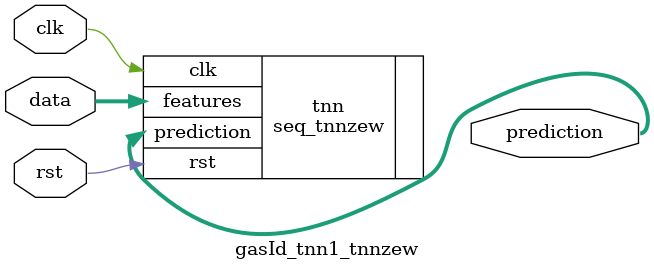
<source format=v>













module gasId_tnn1_tnnzew #(

parameter FEAT_CNT = 128,
parameter HIDDEN_CNT = 40,
parameter FEAT_BITS = 4,
parameter CLASS_CNT = 6,
parameter TEST_CNT = 1000




  ) (
  input clk,
  input rst,
  input [FEAT_CNT*FEAT_BITS-1:0] data,
  output [$clog2(CLASS_CNT)-1:0] prediction
  );

  seq_tnnzew #(
      .FEAT_CNT(FEAT_CNT),.FEAT_BITS(FEAT_BITS),.HIDDEN_CNT(HIDDEN_CNT),.CLASS_CNT(CLASS_CNT),
  .SPARSE_VALS(5120'b00000000000000010000000000000000000001010000011100000000000000100000000000000001000000000000000000000100000000000001110100000001000000000000000000010000000100000000000000000000000100000001100100000001001000000000000000000000000100000000100000011001000000000000000000000001000000000000000000000110000101100000000000000000000000000000010000010000000000001000011000000110000100000000000000000000000000000000111000001110000100000000000010000000000000100001100000000000000111010000010000001110001001000000000000000000000100000001110100000000000000000000000000001000000100110001111100110000000010100000000000000010000100000001000000011111000010110001101000011010000110000001100010011000000010100001111100011111001110000001100000001000000010000001100000011000100000000001100110100010000000000000110000000001100111100000001000000000100111000000000001100110101000010011010000110001010000000001000010001000000000000000000000010111000101110000000000000000000000000000000000000000000000000001000100000011000011000000100100010001000100000000000000000001000000000000000100000100000000000000000000000010000000010000000000000001000000000000010100000000000111010001000000000000000000000000000000000000010000000001000000000000000000000000000000010010000000000001000000001000000000000000000000000000000001000000010100000100000001000100000000000000000000110000000000000000000000000000000000001100101001000001000101000000000000000000101000010000000100100001010000011000001000000000000000000000001010000001000000001000000001000000101000001010000000000000000000011010000110000001110000011110000110000000000000001110000000100001100000011000000011000000110000011000000110000000000000000000000000000000000000000111000001110001000000000000010000000000001000000000000000000000010100000100000001000000000000001100000110000001111000011010001110000001100000000010000011100001111100000100000010000000110000001000000010000001001000000010000000000000000000000001000000010000000000000000000000000000000000010001000111110000000000000000000100000000000000000000000000000001111100011011000111100001111100011000001110000001100000011111000111110001111100011000000011000010000000001000000110101000000000101111000111110000000100000001001000010010000000000000000101110000000100010000000000000000010000000000000000010000010100001010000111010000001100001000000110101001000000010000000000100000100000001000000000000000110000001000000010000000100000000110000000100000000000000000000000100001000000000000000000100001010000000000000000000010001100010000010000000000010000000100000000000000000000001101000110000001100001010000000111000001110100000000000000000001111100011101000110000001000000001100000011000001000000010000000000000001111100000000100000000000001101000100000001000100000000000000000000000000000000000001001100010001000000001011110010110001111110010000000110100001111000010000000100000000101100011111000100010001010000000000000010100001000000000000000110100000101000010000000100110000100000000000000100100001001000010000000000100000000001000000000110000000100000011100000000000000111000001110000000000000000001000000010000000010100010000000000001011000100000100000100000010010000000000111001000000000001000000000000010000010000000010000000000010000000100000001001000010100000100010001000000000001000100000000000000010000000000000000000000000000000100011111000000000000101000011010000100000011000000001010000111110000000000000000000000000000100000010000000000000000111000001111000100010000000000000000000010110001000000110000000000000001001100010001000111010000000000000000000000000000000000000000000010000001111100010111000000000000000000000000000000000001000000000100010000000100001000000000000000000000010000000100000001000000010000001000001000000001100000000000000111000001110000000000000000000001111100011111000000100001101000001111000111110001000000000000000000001000101000010100000101000000100000001100000000000000010000011111000111110000001000000000000000100000110000010000000100000000111100011101000010100001101001000000000000000000001000011111000000000000000000000000000000000010000000000000000011100000111000010001000000000110000000000000000100011011001000001100001000000000000000000000010001000011000000000000000100000000100000001100100110010001010000100001110100011000000110001001001101000010101001010010101000001000010000000001011100101011010010100001101000001000000001000100000110001001000000011000000011100001000000001000000011100000001000001000000010000000110000001100000000000000000001000000000000000000000000010101000000000000000000000010000001110000000000000000000000000000000000000000000000000000011000001011000100010000000000011000000010110001000000010000000000100001101100010001000100001000000000001000000010000000100100010110000111100001000000000010100000000000000011000001100000010000010000001111001111110100000010000101000001100000100100111001011101110010011101010010000000000001101000011110000100000001100000001000000010100000111000000000000010000001100000001000000010000000101000001100000000000000000001010000000100000000110100011100100000000000000000011111000111110000000000000000000001000000110000100000010100000000111100011111),
  .MASK(5120'b00011000000110010001111000011110000011010000011100011001000010100000100000010001000010000000110000011100000110000001110100000011000010000000000000010000000100000000000000000000000100000001100100000001001000000000110000000100000101100000100001011001000000000000000000000001000011010000110100000110010101100001101100011101000000000000010000010100000010101001011000010110000100100001100100010000000010010011111000011110010100000000011110010001000111110001100000000000000111010000010000001110101011000001110100000011000100000001110100000011000001110000000000001000000100110001111100110000000010100001110000010110000101110001011100011111000010110001101100011011000110010001100110011111000011100011111100011111001110000001100101001001000110010001110100011111100101010001100110110011000001110001110000000001100111100100001011000001100111100010000001100110101000110011010000110001010100000001100010101100000111110001111100111111000111110000100000001110000111110001111100011000000111000001100100001111000111000001100100010001000100010001101000011011000110000001110100001100000010000001110100000010000010010000100000001001000010000001111100001000000111010001000011100010000000000001111110011100011100010101101011000010001100110111010001111011101011100101000100001000011111011100000000100001000001000101010101111100001101100111010100001010100000110011110011101110010100000001000010111101101011001001100101011111100101100000101000010001000100100001010000011000001000000000000100011101001010000001000000001000000001000000101000001010000111010000010100011011000110010101110000011111000111010000011100001110000000100001100000011001000011000000110000011100000110010001111100000000000111110001101100110111000101110001101000011111010101110001111100000000000010000000110100001100000101100000101100001101000110110011111000011010001111110001111100000010000011100001111100000110000010000000110000001100000110000001001000000010000111110001000000001011000000010000111000001000000010000000100000010111000111110000100000001000000111000000110000000110000000000001111100011011000111100001111100011111001111110001100100011111000111110001111100011001000011000010110100001001000111101000011000111111010111110000101100011001001111110010101000011000000101110000111110010010000110000001010000001100000011010001010101011010000111011000111100001001000110101001000000010001000000100000100000001000000110110000110100001001000010000000101000000110000100100001111100010001000010100001000000010001000100100001010000001001000100010010001100010000010000100000110000001101000111110001111101001101000110000001100101010001000111000001110100000111000101110001111100011101000110000001000000001100010011000001011100010111000100000001111110011111100011100100101101001100100101101100100000011011001011000000101000001001101110010011100001011011110010110001111110110000000110100001111000011100000111000000101101011111000111110001011010000000001010100001010100000100000110101000101000011100000110110000100000000001000100100001001000010000000000110001000101011101000110000100100000011100000000010001111000001110000011110000000111000100010000000010100110000000000001111011110000101001100000010011001000101111011000000000011100010000000010110010000000010110000110110001001100011111001111110101100110011001100011100001000100011010000110010000110000001100000110100000000100011111000000000000101000011010000111000011110000011010000111110100001100101111000000000000101000010101000001010001111000011111000111010000000000001000000010110101111000111110000000000001001100011011000111010000100000000000000011000000010100000100000011000011111100010111000110000000100100010000000100000001000000000100010110010101111100000000000000000000110000001110000101000001110000011011001101110001100100000010001111000001110000000111000111110001111100011111000000100001101100001111000111110001011000001111000111011000101000011100000101000001101100011110000010000000011000011111000111110000001000000000000110100000110000011111000111110000111100011101000010100001101001001111000011110000001000011111000111110001111100000000001000000010110100001101000111100001111000011111000110100110110000010100001111011011011100011101001001010000011000100110010001000011100000001100000111010000101000001100100110110001010000110101110101011000010110001011001101000010101001110010101000001100110011010011011110101011011011110001101100011010000001000110000110001001000100011000000011100001000100011100000011110011011100001001000010010000110000001100000000000000100001011111000000010000000000010101000011110000111000000010000001110000111000001011000100000000000000011100000011000001011000001011000100010000000000011000000010110001000000010010000100100001101100010001001100101000000000001000000011000000110100010110001111100001110000011010100010000001000011001001110011110001110010001111011111110110001010010101000011110000110100111101011101110010111111011110000110000001101000011110000101010001100100001001000010100000111000000011000010000001100000101001000010000000101000001100000111110001000001010000000100000000110100011100100001100000111000011111001111110000000000001100000101000000110000101111010101110000111100111111),
  .NONZERO_CNT(320'h2914262d2d3e323926393d1f2f372e2544352328333d33242a33302b25393236333d282228422734),
  .WIDTHS(320'h0908080908080909090a0a090909090809080808080809090809080809080909080a080809090909),
  .SPARSE_VALS2(58'b1000100000101101101100001111000000101101100010010010010110),  // Bits of not-zeroes
  .COL_INDICES(464'h2419161514110d06040327241816150c0805041d110c2322201d1c1a19110c090600251f1c1513100d0b0a0908002722201f1d1a16130e0a0802), // Column of non-zeros
  .ROW_PTRS(56'h3a302724180c00) // Column of non-zeros // Start indices per row
      ) tnn (
    .clk(clk),
    .rst(rst),
    .features(data),
    .prediction(prediction)
  );

endmodule

</source>
